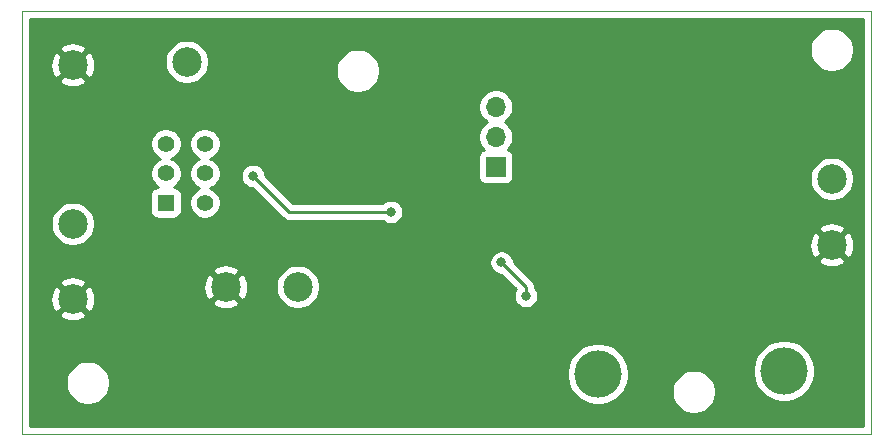
<source format=gbr>
G04 #@! TF.GenerationSoftware,KiCad,Pcbnew,(5.1.5)-3*
G04 #@! TF.CreationDate,2020-04-26T21:45:51-07:00*
G04 #@! TF.ProjectId,JessopIII_SPP460,4a657373-6f70-4494-9949-5f5350503436,rev?*
G04 #@! TF.SameCoordinates,Original*
G04 #@! TF.FileFunction,Copper,L2,Bot*
G04 #@! TF.FilePolarity,Positive*
%FSLAX46Y46*%
G04 Gerber Fmt 4.6, Leading zero omitted, Abs format (unit mm)*
G04 Created by KiCad (PCBNEW (5.1.5)-3) date 2020-04-26 21:45:51*
%MOMM*%
%LPD*%
G04 APERTURE LIST*
G04 #@! TA.AperFunction,Profile*
%ADD10C,0.100000*%
G04 #@! TD*
G04 #@! TA.AperFunction,ComponentPad*
%ADD11R,1.400000X1.400000*%
G04 #@! TD*
G04 #@! TA.AperFunction,ComponentPad*
%ADD12C,1.400000*%
G04 #@! TD*
G04 #@! TA.AperFunction,ComponentPad*
%ADD13R,1.700000X1.700000*%
G04 #@! TD*
G04 #@! TA.AperFunction,ComponentPad*
%ADD14O,1.700000X1.700000*%
G04 #@! TD*
G04 #@! TA.AperFunction,ComponentPad*
%ADD15C,2.499360*%
G04 #@! TD*
G04 #@! TA.AperFunction,ComponentPad*
%ADD16C,4.000500*%
G04 #@! TD*
G04 #@! TA.AperFunction,ViaPad*
%ADD17C,0.800000*%
G04 #@! TD*
G04 #@! TA.AperFunction,Conductor*
%ADD18C,0.250000*%
G04 #@! TD*
G04 #@! TA.AperFunction,Conductor*
%ADD19C,0.254000*%
G04 #@! TD*
G04 APERTURE END LIST*
D10*
X138430000Y-61722000D02*
X138430000Y-97536000D01*
X66548000Y-61722000D02*
X138430000Y-61722000D01*
X66548000Y-97536000D02*
X66548000Y-61722000D01*
X138430000Y-97536000D02*
X66548000Y-97536000D01*
D11*
G04 #@! TO.P,SW1,1*
G04 #@! TO.N,Net-(J3-Pad1)*
X78740000Y-77978000D03*
D12*
G04 #@! TO.P,SW1,2*
G04 #@! TO.N,Net-(SW1-Pad2)*
X78740000Y-75478000D03*
G04 #@! TO.P,SW1,3*
G04 #@! TO.N,Net-(C1-Pad1)*
X78740000Y-72978000D03*
G04 #@! TO.P,SW1,4*
G04 #@! TO.N,Net-(R8-Pad1)*
X82040000Y-77978000D03*
G04 #@! TO.P,SW1,5*
G04 #@! TO.N,Net-(SW1-Pad5)*
X82040000Y-75478000D03*
G04 #@! TO.P,SW1,6*
G04 #@! TO.N,Net-(SW1-Pad6)*
X82040000Y-72978000D03*
G04 #@! TD*
D13*
G04 #@! TO.P,SW2,1*
G04 #@! TO.N,Net-(SW2-Pad1)*
X106680000Y-74930000D03*
D14*
G04 #@! TO.P,SW2,2*
G04 #@! TO.N,Net-(C3-Pad1)*
X106680000Y-72390000D03*
G04 #@! TO.P,SW2,3*
G04 #@! TO.N,Net-(C6-Pad1)*
X106680000Y-69850000D03*
G04 #@! TD*
D15*
G04 #@! TO.P,J1,1*
G04 #@! TO.N,Net-(C1-Pad1)*
X80518000Y-66040000D03*
G04 #@! TD*
G04 #@! TO.P,J2,1*
G04 #@! TO.N,GND*
X70866000Y-66294000D03*
G04 #@! TD*
G04 #@! TO.P,J3,1*
G04 #@! TO.N,Net-(J3-Pad1)*
X70866000Y-79756000D03*
G04 #@! TD*
G04 #@! TO.P,J4,1*
G04 #@! TO.N,GND*
X70866000Y-86106000D03*
G04 #@! TD*
G04 #@! TO.P,J5,1*
G04 #@! TO.N,Net-(J5-Pad1)*
X89916000Y-85090000D03*
G04 #@! TD*
G04 #@! TO.P,J6,1*
G04 #@! TO.N,GND*
X83820000Y-85090000D03*
G04 #@! TD*
D16*
G04 #@! TO.P,J9,1*
G04 #@! TO.N,Net-(C3-Pad1)*
X131064000Y-92202000D03*
G04 #@! TD*
G04 #@! TO.P,J10,1*
G04 #@! TO.N,Net-(C5-Pad1)*
X115316000Y-92456000D03*
G04 #@! TD*
D15*
G04 #@! TO.P,J11,1*
G04 #@! TO.N,Net-(C8-Pad1)*
X135128000Y-75946000D03*
G04 #@! TD*
G04 #@! TO.P,J12,1*
G04 #@! TO.N,GND*
X135128000Y-81534000D03*
G04 #@! TD*
D17*
G04 #@! TO.N,GND*
X100662500Y-75359500D03*
X104648000Y-76454000D03*
X110744000Y-79502000D03*
X103886000Y-82296000D03*
G04 #@! TO.N,Net-(R5-Pad2)*
X107155937Y-83022932D03*
X109220000Y-85852000D03*
G04 #@! TO.N,Net-(SW1-Pad5)*
X97790000Y-78740000D03*
X86106000Y-75692000D03*
G04 #@! TD*
D18*
G04 #@! TO.N,Net-(R5-Pad2)*
X107155937Y-83022932D02*
X109220000Y-85086995D01*
X109220000Y-85086995D02*
X109220000Y-85852000D01*
G04 #@! TO.N,Net-(SW1-Pad5)*
X97790000Y-78740000D02*
X89154000Y-78740000D01*
X89154000Y-78740000D02*
X86106000Y-75692000D01*
G04 #@! TD*
D19*
G04 #@! TO.N,GND*
G36*
X137745001Y-96851000D02*
G01*
X67233000Y-96851000D01*
X67233000Y-93032344D01*
X70251000Y-93032344D01*
X70251000Y-93403656D01*
X70323439Y-93767834D01*
X70465534Y-94110882D01*
X70671825Y-94419618D01*
X70934382Y-94682175D01*
X71243118Y-94888466D01*
X71586166Y-95030561D01*
X71950344Y-95103000D01*
X72321656Y-95103000D01*
X72685834Y-95030561D01*
X73028882Y-94888466D01*
X73337618Y-94682175D01*
X73600175Y-94419618D01*
X73806466Y-94110882D01*
X73948561Y-93767834D01*
X74021000Y-93403656D01*
X74021000Y-93032344D01*
X73948561Y-92668166D01*
X73806466Y-92325118D01*
X73720494Y-92196451D01*
X112680750Y-92196451D01*
X112680750Y-92715549D01*
X112782021Y-93224674D01*
X112980672Y-93704259D01*
X113269068Y-94135874D01*
X113636126Y-94502932D01*
X114067741Y-94791328D01*
X114547326Y-94989979D01*
X115056451Y-95091250D01*
X115575549Y-95091250D01*
X116084674Y-94989979D01*
X116564259Y-94791328D01*
X116995874Y-94502932D01*
X117362932Y-94135874D01*
X117591135Y-93794344D01*
X121559000Y-93794344D01*
X121559000Y-94165656D01*
X121631439Y-94529834D01*
X121773534Y-94872882D01*
X121979825Y-95181618D01*
X122242382Y-95444175D01*
X122551118Y-95650466D01*
X122894166Y-95792561D01*
X123258344Y-95865000D01*
X123629656Y-95865000D01*
X123993834Y-95792561D01*
X124336882Y-95650466D01*
X124645618Y-95444175D01*
X124908175Y-95181618D01*
X125114466Y-94872882D01*
X125256561Y-94529834D01*
X125329000Y-94165656D01*
X125329000Y-93794344D01*
X125256561Y-93430166D01*
X125114466Y-93087118D01*
X124908175Y-92778382D01*
X124645618Y-92515825D01*
X124336882Y-92309534D01*
X123993834Y-92167439D01*
X123629656Y-92095000D01*
X123258344Y-92095000D01*
X122894166Y-92167439D01*
X122551118Y-92309534D01*
X122242382Y-92515825D01*
X121979825Y-92778382D01*
X121773534Y-93087118D01*
X121631439Y-93430166D01*
X121559000Y-93794344D01*
X117591135Y-93794344D01*
X117651328Y-93704259D01*
X117849979Y-93224674D01*
X117951250Y-92715549D01*
X117951250Y-92196451D01*
X117900727Y-91942451D01*
X128428750Y-91942451D01*
X128428750Y-92461549D01*
X128530021Y-92970674D01*
X128728672Y-93450259D01*
X129017068Y-93881874D01*
X129384126Y-94248932D01*
X129815741Y-94537328D01*
X130295326Y-94735979D01*
X130804451Y-94837250D01*
X131323549Y-94837250D01*
X131832674Y-94735979D01*
X132312259Y-94537328D01*
X132743874Y-94248932D01*
X133110932Y-93881874D01*
X133399328Y-93450259D01*
X133597979Y-92970674D01*
X133699250Y-92461549D01*
X133699250Y-91942451D01*
X133597979Y-91433326D01*
X133399328Y-90953741D01*
X133110932Y-90522126D01*
X132743874Y-90155068D01*
X132312259Y-89866672D01*
X131832674Y-89668021D01*
X131323549Y-89566750D01*
X130804451Y-89566750D01*
X130295326Y-89668021D01*
X129815741Y-89866672D01*
X129384126Y-90155068D01*
X129017068Y-90522126D01*
X128728672Y-90953741D01*
X128530021Y-91433326D01*
X128428750Y-91942451D01*
X117900727Y-91942451D01*
X117849979Y-91687326D01*
X117651328Y-91207741D01*
X117362932Y-90776126D01*
X116995874Y-90409068D01*
X116564259Y-90120672D01*
X116084674Y-89922021D01*
X115575549Y-89820750D01*
X115056451Y-89820750D01*
X114547326Y-89922021D01*
X114067741Y-90120672D01*
X113636126Y-90409068D01*
X113269068Y-90776126D01*
X112980672Y-91207741D01*
X112782021Y-91687326D01*
X112680750Y-92196451D01*
X73720494Y-92196451D01*
X73600175Y-92016382D01*
X73337618Y-91753825D01*
X73028882Y-91547534D01*
X72685834Y-91405439D01*
X72321656Y-91333000D01*
X71950344Y-91333000D01*
X71586166Y-91405439D01*
X71243118Y-91547534D01*
X70934382Y-91753825D01*
X70671825Y-92016382D01*
X70465534Y-92325118D01*
X70323439Y-92668166D01*
X70251000Y-93032344D01*
X67233000Y-93032344D01*
X67233000Y-87419377D01*
X69732229Y-87419377D01*
X69858104Y-87709315D01*
X70190262Y-87875139D01*
X70548387Y-87972975D01*
X70918719Y-87999065D01*
X71287025Y-87952405D01*
X71639151Y-87834789D01*
X71873896Y-87709315D01*
X71999771Y-87419377D01*
X70866000Y-86285605D01*
X69732229Y-87419377D01*
X67233000Y-87419377D01*
X67233000Y-86158719D01*
X68972935Y-86158719D01*
X69019595Y-86527025D01*
X69137211Y-86879151D01*
X69262685Y-87113896D01*
X69552623Y-87239771D01*
X70686395Y-86106000D01*
X71045605Y-86106000D01*
X72179377Y-87239771D01*
X72469315Y-87113896D01*
X72635139Y-86781738D01*
X72732975Y-86423613D01*
X72734400Y-86403377D01*
X82686229Y-86403377D01*
X82812104Y-86693315D01*
X83144262Y-86859139D01*
X83502387Y-86956975D01*
X83872719Y-86983065D01*
X84241025Y-86936405D01*
X84593151Y-86818789D01*
X84827896Y-86693315D01*
X84953771Y-86403377D01*
X83820000Y-85269605D01*
X82686229Y-86403377D01*
X72734400Y-86403377D01*
X72759065Y-86053281D01*
X72712405Y-85684975D01*
X72594789Y-85332849D01*
X72493163Y-85142719D01*
X81926935Y-85142719D01*
X81973595Y-85511025D01*
X82091211Y-85863151D01*
X82216685Y-86097896D01*
X82506623Y-86223771D01*
X83640395Y-85090000D01*
X83999605Y-85090000D01*
X85133377Y-86223771D01*
X85423315Y-86097896D01*
X85589139Y-85765738D01*
X85686975Y-85407613D01*
X85713065Y-85037281D01*
X85696228Y-84904375D01*
X88031320Y-84904375D01*
X88031320Y-85275625D01*
X88103747Y-85639741D01*
X88245818Y-85982731D01*
X88452074Y-86291413D01*
X88714587Y-86553926D01*
X89023269Y-86760182D01*
X89366259Y-86902253D01*
X89730375Y-86974680D01*
X90101625Y-86974680D01*
X90465741Y-86902253D01*
X90808731Y-86760182D01*
X91117413Y-86553926D01*
X91379926Y-86291413D01*
X91586182Y-85982731D01*
X91728253Y-85639741D01*
X91800680Y-85275625D01*
X91800680Y-84904375D01*
X91728253Y-84540259D01*
X91586182Y-84197269D01*
X91379926Y-83888587D01*
X91117413Y-83626074D01*
X90808731Y-83419818D01*
X90465741Y-83277747D01*
X90101625Y-83205320D01*
X89730375Y-83205320D01*
X89366259Y-83277747D01*
X89023269Y-83419818D01*
X88714587Y-83626074D01*
X88452074Y-83888587D01*
X88245818Y-84197269D01*
X88103747Y-84540259D01*
X88031320Y-84904375D01*
X85696228Y-84904375D01*
X85666405Y-84668975D01*
X85548789Y-84316849D01*
X85423315Y-84082104D01*
X85133377Y-83956229D01*
X83999605Y-85090000D01*
X83640395Y-85090000D01*
X82506623Y-83956229D01*
X82216685Y-84082104D01*
X82050861Y-84414262D01*
X81953025Y-84772387D01*
X81926935Y-85142719D01*
X72493163Y-85142719D01*
X72469315Y-85098104D01*
X72179377Y-84972229D01*
X71045605Y-86106000D01*
X70686395Y-86106000D01*
X69552623Y-84972229D01*
X69262685Y-85098104D01*
X69096861Y-85430262D01*
X68999025Y-85788387D01*
X68972935Y-86158719D01*
X67233000Y-86158719D01*
X67233000Y-84792623D01*
X69732229Y-84792623D01*
X70866000Y-85926395D01*
X71999771Y-84792623D01*
X71873896Y-84502685D01*
X71541738Y-84336861D01*
X71183613Y-84239025D01*
X70813281Y-84212935D01*
X70444975Y-84259595D01*
X70092849Y-84377211D01*
X69858104Y-84502685D01*
X69732229Y-84792623D01*
X67233000Y-84792623D01*
X67233000Y-83776623D01*
X82686229Y-83776623D01*
X83820000Y-84910395D01*
X84953771Y-83776623D01*
X84827896Y-83486685D01*
X84495738Y-83320861D01*
X84137613Y-83223025D01*
X83767281Y-83196935D01*
X83398975Y-83243595D01*
X83046849Y-83361211D01*
X82812104Y-83486685D01*
X82686229Y-83776623D01*
X67233000Y-83776623D01*
X67233000Y-82920993D01*
X106120937Y-82920993D01*
X106120937Y-83124871D01*
X106160711Y-83324830D01*
X106238732Y-83513188D01*
X106352000Y-83682706D01*
X106496163Y-83826869D01*
X106665681Y-83940137D01*
X106854039Y-84018158D01*
X107053998Y-84057932D01*
X107116136Y-84057932D01*
X108349720Y-85291516D01*
X108302795Y-85361744D01*
X108224774Y-85550102D01*
X108185000Y-85750061D01*
X108185000Y-85953939D01*
X108224774Y-86153898D01*
X108302795Y-86342256D01*
X108416063Y-86511774D01*
X108560226Y-86655937D01*
X108729744Y-86769205D01*
X108918102Y-86847226D01*
X109118061Y-86887000D01*
X109321939Y-86887000D01*
X109521898Y-86847226D01*
X109710256Y-86769205D01*
X109879774Y-86655937D01*
X110023937Y-86511774D01*
X110137205Y-86342256D01*
X110215226Y-86153898D01*
X110255000Y-85953939D01*
X110255000Y-85750061D01*
X110215226Y-85550102D01*
X110137205Y-85361744D01*
X110023937Y-85192226D01*
X109980000Y-85148289D01*
X109980000Y-85124318D01*
X109983676Y-85086995D01*
X109980000Y-85049672D01*
X109980000Y-85049662D01*
X109969003Y-84938009D01*
X109925546Y-84794748D01*
X109854975Y-84662720D01*
X109854974Y-84662718D01*
X109783799Y-84575992D01*
X109760001Y-84546994D01*
X109731004Y-84523197D01*
X108190937Y-82983131D01*
X108190937Y-82920993D01*
X108176294Y-82847377D01*
X133994229Y-82847377D01*
X134120104Y-83137315D01*
X134452262Y-83303139D01*
X134810387Y-83400975D01*
X135180719Y-83427065D01*
X135549025Y-83380405D01*
X135901151Y-83262789D01*
X136135896Y-83137315D01*
X136261771Y-82847377D01*
X135128000Y-81713605D01*
X133994229Y-82847377D01*
X108176294Y-82847377D01*
X108151163Y-82721034D01*
X108073142Y-82532676D01*
X107959874Y-82363158D01*
X107815711Y-82218995D01*
X107646193Y-82105727D01*
X107457835Y-82027706D01*
X107257876Y-81987932D01*
X107053998Y-81987932D01*
X106854039Y-82027706D01*
X106665681Y-82105727D01*
X106496163Y-82218995D01*
X106352000Y-82363158D01*
X106238732Y-82532676D01*
X106160711Y-82721034D01*
X106120937Y-82920993D01*
X67233000Y-82920993D01*
X67233000Y-79570375D01*
X68981320Y-79570375D01*
X68981320Y-79941625D01*
X69053747Y-80305741D01*
X69195818Y-80648731D01*
X69402074Y-80957413D01*
X69664587Y-81219926D01*
X69973269Y-81426182D01*
X70316259Y-81568253D01*
X70680375Y-81640680D01*
X71051625Y-81640680D01*
X71322905Y-81586719D01*
X133234935Y-81586719D01*
X133281595Y-81955025D01*
X133399211Y-82307151D01*
X133524685Y-82541896D01*
X133814623Y-82667771D01*
X134948395Y-81534000D01*
X135307605Y-81534000D01*
X136441377Y-82667771D01*
X136731315Y-82541896D01*
X136897139Y-82209738D01*
X136994975Y-81851613D01*
X137021065Y-81481281D01*
X136974405Y-81112975D01*
X136856789Y-80760849D01*
X136731315Y-80526104D01*
X136441377Y-80400229D01*
X135307605Y-81534000D01*
X134948395Y-81534000D01*
X133814623Y-80400229D01*
X133524685Y-80526104D01*
X133358861Y-80858262D01*
X133261025Y-81216387D01*
X133234935Y-81586719D01*
X71322905Y-81586719D01*
X71415741Y-81568253D01*
X71758731Y-81426182D01*
X72067413Y-81219926D01*
X72329926Y-80957413D01*
X72536182Y-80648731D01*
X72678253Y-80305741D01*
X72695183Y-80220623D01*
X133994229Y-80220623D01*
X135128000Y-81354395D01*
X136261771Y-80220623D01*
X136135896Y-79930685D01*
X135803738Y-79764861D01*
X135445613Y-79667025D01*
X135075281Y-79640935D01*
X134706975Y-79687595D01*
X134354849Y-79805211D01*
X134120104Y-79930685D01*
X133994229Y-80220623D01*
X72695183Y-80220623D01*
X72750680Y-79941625D01*
X72750680Y-79570375D01*
X72678253Y-79206259D01*
X72536182Y-78863269D01*
X72329926Y-78554587D01*
X72067413Y-78292074D01*
X71758731Y-78085818D01*
X71415741Y-77943747D01*
X71051625Y-77871320D01*
X70680375Y-77871320D01*
X70316259Y-77943747D01*
X69973269Y-78085818D01*
X69664587Y-78292074D01*
X69402074Y-78554587D01*
X69195818Y-78863269D01*
X69053747Y-79206259D01*
X68981320Y-79570375D01*
X67233000Y-79570375D01*
X67233000Y-77278000D01*
X77401928Y-77278000D01*
X77401928Y-78678000D01*
X77414188Y-78802482D01*
X77450498Y-78922180D01*
X77509463Y-79032494D01*
X77588815Y-79129185D01*
X77685506Y-79208537D01*
X77795820Y-79267502D01*
X77915518Y-79303812D01*
X78040000Y-79316072D01*
X79440000Y-79316072D01*
X79564482Y-79303812D01*
X79684180Y-79267502D01*
X79794494Y-79208537D01*
X79891185Y-79129185D01*
X79970537Y-79032494D01*
X80029502Y-78922180D01*
X80065812Y-78802482D01*
X80078072Y-78678000D01*
X80078072Y-77278000D01*
X80065812Y-77153518D01*
X80029502Y-77033820D01*
X79970537Y-76923506D01*
X79891185Y-76826815D01*
X79794494Y-76747463D01*
X79684180Y-76688498D01*
X79564482Y-76652188D01*
X79440000Y-76639928D01*
X79403987Y-76639928D01*
X79591013Y-76514962D01*
X79776962Y-76329013D01*
X79923061Y-76110359D01*
X80023696Y-75867405D01*
X80075000Y-75609486D01*
X80075000Y-75346514D01*
X80023696Y-75088595D01*
X79923061Y-74845641D01*
X79776962Y-74626987D01*
X79591013Y-74441038D01*
X79372359Y-74294939D01*
X79210754Y-74228000D01*
X79372359Y-74161061D01*
X79591013Y-74014962D01*
X79776962Y-73829013D01*
X79923061Y-73610359D01*
X80023696Y-73367405D01*
X80075000Y-73109486D01*
X80075000Y-72846514D01*
X80705000Y-72846514D01*
X80705000Y-73109486D01*
X80756304Y-73367405D01*
X80856939Y-73610359D01*
X81003038Y-73829013D01*
X81188987Y-74014962D01*
X81407641Y-74161061D01*
X81569246Y-74228000D01*
X81407641Y-74294939D01*
X81188987Y-74441038D01*
X81003038Y-74626987D01*
X80856939Y-74845641D01*
X80756304Y-75088595D01*
X80705000Y-75346514D01*
X80705000Y-75609486D01*
X80756304Y-75867405D01*
X80856939Y-76110359D01*
X81003038Y-76329013D01*
X81188987Y-76514962D01*
X81407641Y-76661061D01*
X81569246Y-76728000D01*
X81407641Y-76794939D01*
X81188987Y-76941038D01*
X81003038Y-77126987D01*
X80856939Y-77345641D01*
X80756304Y-77588595D01*
X80705000Y-77846514D01*
X80705000Y-78109486D01*
X80756304Y-78367405D01*
X80856939Y-78610359D01*
X81003038Y-78829013D01*
X81188987Y-79014962D01*
X81407641Y-79161061D01*
X81650595Y-79261696D01*
X81908514Y-79313000D01*
X82171486Y-79313000D01*
X82429405Y-79261696D01*
X82672359Y-79161061D01*
X82891013Y-79014962D01*
X83076962Y-78829013D01*
X83223061Y-78610359D01*
X83323696Y-78367405D01*
X83375000Y-78109486D01*
X83375000Y-77846514D01*
X83323696Y-77588595D01*
X83223061Y-77345641D01*
X83076962Y-77126987D01*
X82891013Y-76941038D01*
X82672359Y-76794939D01*
X82510754Y-76728000D01*
X82672359Y-76661061D01*
X82891013Y-76514962D01*
X83076962Y-76329013D01*
X83223061Y-76110359D01*
X83323696Y-75867405D01*
X83375000Y-75609486D01*
X83375000Y-75590061D01*
X85071000Y-75590061D01*
X85071000Y-75793939D01*
X85110774Y-75993898D01*
X85188795Y-76182256D01*
X85302063Y-76351774D01*
X85446226Y-76495937D01*
X85615744Y-76609205D01*
X85804102Y-76687226D01*
X86004061Y-76727000D01*
X86066199Y-76727000D01*
X88590201Y-79251003D01*
X88613999Y-79280001D01*
X88642997Y-79303799D01*
X88729723Y-79374974D01*
X88861753Y-79445546D01*
X89005014Y-79489003D01*
X89116667Y-79500000D01*
X89116677Y-79500000D01*
X89154000Y-79503676D01*
X89191323Y-79500000D01*
X97086289Y-79500000D01*
X97130226Y-79543937D01*
X97299744Y-79657205D01*
X97488102Y-79735226D01*
X97688061Y-79775000D01*
X97891939Y-79775000D01*
X98091898Y-79735226D01*
X98280256Y-79657205D01*
X98449774Y-79543937D01*
X98593937Y-79399774D01*
X98707205Y-79230256D01*
X98785226Y-79041898D01*
X98825000Y-78841939D01*
X98825000Y-78638061D01*
X98785226Y-78438102D01*
X98707205Y-78249744D01*
X98593937Y-78080226D01*
X98449774Y-77936063D01*
X98280256Y-77822795D01*
X98091898Y-77744774D01*
X97891939Y-77705000D01*
X97688061Y-77705000D01*
X97488102Y-77744774D01*
X97299744Y-77822795D01*
X97130226Y-77936063D01*
X97086289Y-77980000D01*
X89468802Y-77980000D01*
X87141000Y-75652199D01*
X87141000Y-75590061D01*
X87101226Y-75390102D01*
X87023205Y-75201744D01*
X86909937Y-75032226D01*
X86765774Y-74888063D01*
X86596256Y-74774795D01*
X86407898Y-74696774D01*
X86207939Y-74657000D01*
X86004061Y-74657000D01*
X85804102Y-74696774D01*
X85615744Y-74774795D01*
X85446226Y-74888063D01*
X85302063Y-75032226D01*
X85188795Y-75201744D01*
X85110774Y-75390102D01*
X85071000Y-75590061D01*
X83375000Y-75590061D01*
X83375000Y-75346514D01*
X83323696Y-75088595D01*
X83223061Y-74845641D01*
X83076962Y-74626987D01*
X82891013Y-74441038D01*
X82672359Y-74294939D01*
X82510754Y-74228000D01*
X82672359Y-74161061D01*
X82793676Y-74080000D01*
X105191928Y-74080000D01*
X105191928Y-75780000D01*
X105204188Y-75904482D01*
X105240498Y-76024180D01*
X105299463Y-76134494D01*
X105378815Y-76231185D01*
X105475506Y-76310537D01*
X105585820Y-76369502D01*
X105705518Y-76405812D01*
X105830000Y-76418072D01*
X107530000Y-76418072D01*
X107654482Y-76405812D01*
X107774180Y-76369502D01*
X107884494Y-76310537D01*
X107981185Y-76231185D01*
X108060537Y-76134494D01*
X108119502Y-76024180D01*
X108155812Y-75904482D01*
X108168072Y-75780000D01*
X108168072Y-75760375D01*
X133243320Y-75760375D01*
X133243320Y-76131625D01*
X133315747Y-76495741D01*
X133457818Y-76838731D01*
X133664074Y-77147413D01*
X133926587Y-77409926D01*
X134235269Y-77616182D01*
X134578259Y-77758253D01*
X134942375Y-77830680D01*
X135313625Y-77830680D01*
X135677741Y-77758253D01*
X136020731Y-77616182D01*
X136329413Y-77409926D01*
X136591926Y-77147413D01*
X136798182Y-76838731D01*
X136940253Y-76495741D01*
X137012680Y-76131625D01*
X137012680Y-75760375D01*
X136940253Y-75396259D01*
X136798182Y-75053269D01*
X136591926Y-74744587D01*
X136329413Y-74482074D01*
X136020731Y-74275818D01*
X135677741Y-74133747D01*
X135313625Y-74061320D01*
X134942375Y-74061320D01*
X134578259Y-74133747D01*
X134235269Y-74275818D01*
X133926587Y-74482074D01*
X133664074Y-74744587D01*
X133457818Y-75053269D01*
X133315747Y-75396259D01*
X133243320Y-75760375D01*
X108168072Y-75760375D01*
X108168072Y-74080000D01*
X108155812Y-73955518D01*
X108119502Y-73835820D01*
X108060537Y-73725506D01*
X107981185Y-73628815D01*
X107884494Y-73549463D01*
X107774180Y-73490498D01*
X107701620Y-73468487D01*
X107833475Y-73336632D01*
X107995990Y-73093411D01*
X108107932Y-72823158D01*
X108165000Y-72536260D01*
X108165000Y-72243740D01*
X108107932Y-71956842D01*
X107995990Y-71686589D01*
X107833475Y-71443368D01*
X107626632Y-71236525D01*
X107452240Y-71120000D01*
X107626632Y-71003475D01*
X107833475Y-70796632D01*
X107995990Y-70553411D01*
X108107932Y-70283158D01*
X108165000Y-69996260D01*
X108165000Y-69703740D01*
X108107932Y-69416842D01*
X107995990Y-69146589D01*
X107833475Y-68903368D01*
X107626632Y-68696525D01*
X107383411Y-68534010D01*
X107113158Y-68422068D01*
X106826260Y-68365000D01*
X106533740Y-68365000D01*
X106246842Y-68422068D01*
X105976589Y-68534010D01*
X105733368Y-68696525D01*
X105526525Y-68903368D01*
X105364010Y-69146589D01*
X105252068Y-69416842D01*
X105195000Y-69703740D01*
X105195000Y-69996260D01*
X105252068Y-70283158D01*
X105364010Y-70553411D01*
X105526525Y-70796632D01*
X105733368Y-71003475D01*
X105907760Y-71120000D01*
X105733368Y-71236525D01*
X105526525Y-71443368D01*
X105364010Y-71686589D01*
X105252068Y-71956842D01*
X105195000Y-72243740D01*
X105195000Y-72536260D01*
X105252068Y-72823158D01*
X105364010Y-73093411D01*
X105526525Y-73336632D01*
X105658380Y-73468487D01*
X105585820Y-73490498D01*
X105475506Y-73549463D01*
X105378815Y-73628815D01*
X105299463Y-73725506D01*
X105240498Y-73835820D01*
X105204188Y-73955518D01*
X105191928Y-74080000D01*
X82793676Y-74080000D01*
X82891013Y-74014962D01*
X83076962Y-73829013D01*
X83223061Y-73610359D01*
X83323696Y-73367405D01*
X83375000Y-73109486D01*
X83375000Y-72846514D01*
X83323696Y-72588595D01*
X83223061Y-72345641D01*
X83076962Y-72126987D01*
X82891013Y-71941038D01*
X82672359Y-71794939D01*
X82429405Y-71694304D01*
X82171486Y-71643000D01*
X81908514Y-71643000D01*
X81650595Y-71694304D01*
X81407641Y-71794939D01*
X81188987Y-71941038D01*
X81003038Y-72126987D01*
X80856939Y-72345641D01*
X80756304Y-72588595D01*
X80705000Y-72846514D01*
X80075000Y-72846514D01*
X80023696Y-72588595D01*
X79923061Y-72345641D01*
X79776962Y-72126987D01*
X79591013Y-71941038D01*
X79372359Y-71794939D01*
X79129405Y-71694304D01*
X78871486Y-71643000D01*
X78608514Y-71643000D01*
X78350595Y-71694304D01*
X78107641Y-71794939D01*
X77888987Y-71941038D01*
X77703038Y-72126987D01*
X77556939Y-72345641D01*
X77456304Y-72588595D01*
X77405000Y-72846514D01*
X77405000Y-73109486D01*
X77456304Y-73367405D01*
X77556939Y-73610359D01*
X77703038Y-73829013D01*
X77888987Y-74014962D01*
X78107641Y-74161061D01*
X78269246Y-74228000D01*
X78107641Y-74294939D01*
X77888987Y-74441038D01*
X77703038Y-74626987D01*
X77556939Y-74845641D01*
X77456304Y-75088595D01*
X77405000Y-75346514D01*
X77405000Y-75609486D01*
X77456304Y-75867405D01*
X77556939Y-76110359D01*
X77703038Y-76329013D01*
X77888987Y-76514962D01*
X78076013Y-76639928D01*
X78040000Y-76639928D01*
X77915518Y-76652188D01*
X77795820Y-76688498D01*
X77685506Y-76747463D01*
X77588815Y-76826815D01*
X77509463Y-76923506D01*
X77450498Y-77033820D01*
X77414188Y-77153518D01*
X77401928Y-77278000D01*
X67233000Y-77278000D01*
X67233000Y-67607377D01*
X69732229Y-67607377D01*
X69858104Y-67897315D01*
X70190262Y-68063139D01*
X70548387Y-68160975D01*
X70918719Y-68187065D01*
X71287025Y-68140405D01*
X71639151Y-68022789D01*
X71873896Y-67897315D01*
X71999771Y-67607377D01*
X70866000Y-66473605D01*
X69732229Y-67607377D01*
X67233000Y-67607377D01*
X67233000Y-66346719D01*
X68972935Y-66346719D01*
X69019595Y-66715025D01*
X69137211Y-67067151D01*
X69262685Y-67301896D01*
X69552623Y-67427771D01*
X70686395Y-66294000D01*
X71045605Y-66294000D01*
X72179377Y-67427771D01*
X72469315Y-67301896D01*
X72635139Y-66969738D01*
X72732975Y-66611613D01*
X72759065Y-66241281D01*
X72712405Y-65872975D01*
X72706193Y-65854375D01*
X78633320Y-65854375D01*
X78633320Y-66225625D01*
X78705747Y-66589741D01*
X78847818Y-66932731D01*
X79054074Y-67241413D01*
X79316587Y-67503926D01*
X79625269Y-67710182D01*
X79968259Y-67852253D01*
X80332375Y-67924680D01*
X80703625Y-67924680D01*
X81067741Y-67852253D01*
X81410731Y-67710182D01*
X81719413Y-67503926D01*
X81981926Y-67241413D01*
X82188182Y-66932731D01*
X82319233Y-66616344D01*
X93111000Y-66616344D01*
X93111000Y-66987656D01*
X93183439Y-67351834D01*
X93325534Y-67694882D01*
X93531825Y-68003618D01*
X93794382Y-68266175D01*
X94103118Y-68472466D01*
X94446166Y-68614561D01*
X94810344Y-68687000D01*
X95181656Y-68687000D01*
X95545834Y-68614561D01*
X95888882Y-68472466D01*
X96197618Y-68266175D01*
X96460175Y-68003618D01*
X96666466Y-67694882D01*
X96808561Y-67351834D01*
X96881000Y-66987656D01*
X96881000Y-66616344D01*
X96808561Y-66252166D01*
X96666466Y-65909118D01*
X96460175Y-65600382D01*
X96197618Y-65337825D01*
X95888882Y-65131534D01*
X95545834Y-64989439D01*
X95181656Y-64917000D01*
X94810344Y-64917000D01*
X94446166Y-64989439D01*
X94103118Y-65131534D01*
X93794382Y-65337825D01*
X93531825Y-65600382D01*
X93325534Y-65909118D01*
X93183439Y-66252166D01*
X93111000Y-66616344D01*
X82319233Y-66616344D01*
X82330253Y-66589741D01*
X82402680Y-66225625D01*
X82402680Y-65854375D01*
X82330253Y-65490259D01*
X82188182Y-65147269D01*
X81981926Y-64838587D01*
X81981683Y-64838344D01*
X133243000Y-64838344D01*
X133243000Y-65209656D01*
X133315439Y-65573834D01*
X133457534Y-65916882D01*
X133663825Y-66225618D01*
X133926382Y-66488175D01*
X134235118Y-66694466D01*
X134578166Y-66836561D01*
X134942344Y-66909000D01*
X135313656Y-66909000D01*
X135677834Y-66836561D01*
X136020882Y-66694466D01*
X136329618Y-66488175D01*
X136592175Y-66225618D01*
X136798466Y-65916882D01*
X136940561Y-65573834D01*
X137013000Y-65209656D01*
X137013000Y-64838344D01*
X136940561Y-64474166D01*
X136798466Y-64131118D01*
X136592175Y-63822382D01*
X136329618Y-63559825D01*
X136020882Y-63353534D01*
X135677834Y-63211439D01*
X135313656Y-63139000D01*
X134942344Y-63139000D01*
X134578166Y-63211439D01*
X134235118Y-63353534D01*
X133926382Y-63559825D01*
X133663825Y-63822382D01*
X133457534Y-64131118D01*
X133315439Y-64474166D01*
X133243000Y-64838344D01*
X81981683Y-64838344D01*
X81719413Y-64576074D01*
X81410731Y-64369818D01*
X81067741Y-64227747D01*
X80703625Y-64155320D01*
X80332375Y-64155320D01*
X79968259Y-64227747D01*
X79625269Y-64369818D01*
X79316587Y-64576074D01*
X79054074Y-64838587D01*
X78847818Y-65147269D01*
X78705747Y-65490259D01*
X78633320Y-65854375D01*
X72706193Y-65854375D01*
X72594789Y-65520849D01*
X72469315Y-65286104D01*
X72179377Y-65160229D01*
X71045605Y-66294000D01*
X70686395Y-66294000D01*
X69552623Y-65160229D01*
X69262685Y-65286104D01*
X69096861Y-65618262D01*
X68999025Y-65976387D01*
X68972935Y-66346719D01*
X67233000Y-66346719D01*
X67233000Y-64980623D01*
X69732229Y-64980623D01*
X70866000Y-66114395D01*
X71999771Y-64980623D01*
X71873896Y-64690685D01*
X71541738Y-64524861D01*
X71183613Y-64427025D01*
X70813281Y-64400935D01*
X70444975Y-64447595D01*
X70092849Y-64565211D01*
X69858104Y-64690685D01*
X69732229Y-64980623D01*
X67233000Y-64980623D01*
X67233000Y-62407000D01*
X137745000Y-62407000D01*
X137745001Y-96851000D01*
G37*
X137745001Y-96851000D02*
X67233000Y-96851000D01*
X67233000Y-93032344D01*
X70251000Y-93032344D01*
X70251000Y-93403656D01*
X70323439Y-93767834D01*
X70465534Y-94110882D01*
X70671825Y-94419618D01*
X70934382Y-94682175D01*
X71243118Y-94888466D01*
X71586166Y-95030561D01*
X71950344Y-95103000D01*
X72321656Y-95103000D01*
X72685834Y-95030561D01*
X73028882Y-94888466D01*
X73337618Y-94682175D01*
X73600175Y-94419618D01*
X73806466Y-94110882D01*
X73948561Y-93767834D01*
X74021000Y-93403656D01*
X74021000Y-93032344D01*
X73948561Y-92668166D01*
X73806466Y-92325118D01*
X73720494Y-92196451D01*
X112680750Y-92196451D01*
X112680750Y-92715549D01*
X112782021Y-93224674D01*
X112980672Y-93704259D01*
X113269068Y-94135874D01*
X113636126Y-94502932D01*
X114067741Y-94791328D01*
X114547326Y-94989979D01*
X115056451Y-95091250D01*
X115575549Y-95091250D01*
X116084674Y-94989979D01*
X116564259Y-94791328D01*
X116995874Y-94502932D01*
X117362932Y-94135874D01*
X117591135Y-93794344D01*
X121559000Y-93794344D01*
X121559000Y-94165656D01*
X121631439Y-94529834D01*
X121773534Y-94872882D01*
X121979825Y-95181618D01*
X122242382Y-95444175D01*
X122551118Y-95650466D01*
X122894166Y-95792561D01*
X123258344Y-95865000D01*
X123629656Y-95865000D01*
X123993834Y-95792561D01*
X124336882Y-95650466D01*
X124645618Y-95444175D01*
X124908175Y-95181618D01*
X125114466Y-94872882D01*
X125256561Y-94529834D01*
X125329000Y-94165656D01*
X125329000Y-93794344D01*
X125256561Y-93430166D01*
X125114466Y-93087118D01*
X124908175Y-92778382D01*
X124645618Y-92515825D01*
X124336882Y-92309534D01*
X123993834Y-92167439D01*
X123629656Y-92095000D01*
X123258344Y-92095000D01*
X122894166Y-92167439D01*
X122551118Y-92309534D01*
X122242382Y-92515825D01*
X121979825Y-92778382D01*
X121773534Y-93087118D01*
X121631439Y-93430166D01*
X121559000Y-93794344D01*
X117591135Y-93794344D01*
X117651328Y-93704259D01*
X117849979Y-93224674D01*
X117951250Y-92715549D01*
X117951250Y-92196451D01*
X117900727Y-91942451D01*
X128428750Y-91942451D01*
X128428750Y-92461549D01*
X128530021Y-92970674D01*
X128728672Y-93450259D01*
X129017068Y-93881874D01*
X129384126Y-94248932D01*
X129815741Y-94537328D01*
X130295326Y-94735979D01*
X130804451Y-94837250D01*
X131323549Y-94837250D01*
X131832674Y-94735979D01*
X132312259Y-94537328D01*
X132743874Y-94248932D01*
X133110932Y-93881874D01*
X133399328Y-93450259D01*
X133597979Y-92970674D01*
X133699250Y-92461549D01*
X133699250Y-91942451D01*
X133597979Y-91433326D01*
X133399328Y-90953741D01*
X133110932Y-90522126D01*
X132743874Y-90155068D01*
X132312259Y-89866672D01*
X131832674Y-89668021D01*
X131323549Y-89566750D01*
X130804451Y-89566750D01*
X130295326Y-89668021D01*
X129815741Y-89866672D01*
X129384126Y-90155068D01*
X129017068Y-90522126D01*
X128728672Y-90953741D01*
X128530021Y-91433326D01*
X128428750Y-91942451D01*
X117900727Y-91942451D01*
X117849979Y-91687326D01*
X117651328Y-91207741D01*
X117362932Y-90776126D01*
X116995874Y-90409068D01*
X116564259Y-90120672D01*
X116084674Y-89922021D01*
X115575549Y-89820750D01*
X115056451Y-89820750D01*
X114547326Y-89922021D01*
X114067741Y-90120672D01*
X113636126Y-90409068D01*
X113269068Y-90776126D01*
X112980672Y-91207741D01*
X112782021Y-91687326D01*
X112680750Y-92196451D01*
X73720494Y-92196451D01*
X73600175Y-92016382D01*
X73337618Y-91753825D01*
X73028882Y-91547534D01*
X72685834Y-91405439D01*
X72321656Y-91333000D01*
X71950344Y-91333000D01*
X71586166Y-91405439D01*
X71243118Y-91547534D01*
X70934382Y-91753825D01*
X70671825Y-92016382D01*
X70465534Y-92325118D01*
X70323439Y-92668166D01*
X70251000Y-93032344D01*
X67233000Y-93032344D01*
X67233000Y-87419377D01*
X69732229Y-87419377D01*
X69858104Y-87709315D01*
X70190262Y-87875139D01*
X70548387Y-87972975D01*
X70918719Y-87999065D01*
X71287025Y-87952405D01*
X71639151Y-87834789D01*
X71873896Y-87709315D01*
X71999771Y-87419377D01*
X70866000Y-86285605D01*
X69732229Y-87419377D01*
X67233000Y-87419377D01*
X67233000Y-86158719D01*
X68972935Y-86158719D01*
X69019595Y-86527025D01*
X69137211Y-86879151D01*
X69262685Y-87113896D01*
X69552623Y-87239771D01*
X70686395Y-86106000D01*
X71045605Y-86106000D01*
X72179377Y-87239771D01*
X72469315Y-87113896D01*
X72635139Y-86781738D01*
X72732975Y-86423613D01*
X72734400Y-86403377D01*
X82686229Y-86403377D01*
X82812104Y-86693315D01*
X83144262Y-86859139D01*
X83502387Y-86956975D01*
X83872719Y-86983065D01*
X84241025Y-86936405D01*
X84593151Y-86818789D01*
X84827896Y-86693315D01*
X84953771Y-86403377D01*
X83820000Y-85269605D01*
X82686229Y-86403377D01*
X72734400Y-86403377D01*
X72759065Y-86053281D01*
X72712405Y-85684975D01*
X72594789Y-85332849D01*
X72493163Y-85142719D01*
X81926935Y-85142719D01*
X81973595Y-85511025D01*
X82091211Y-85863151D01*
X82216685Y-86097896D01*
X82506623Y-86223771D01*
X83640395Y-85090000D01*
X83999605Y-85090000D01*
X85133377Y-86223771D01*
X85423315Y-86097896D01*
X85589139Y-85765738D01*
X85686975Y-85407613D01*
X85713065Y-85037281D01*
X85696228Y-84904375D01*
X88031320Y-84904375D01*
X88031320Y-85275625D01*
X88103747Y-85639741D01*
X88245818Y-85982731D01*
X88452074Y-86291413D01*
X88714587Y-86553926D01*
X89023269Y-86760182D01*
X89366259Y-86902253D01*
X89730375Y-86974680D01*
X90101625Y-86974680D01*
X90465741Y-86902253D01*
X90808731Y-86760182D01*
X91117413Y-86553926D01*
X91379926Y-86291413D01*
X91586182Y-85982731D01*
X91728253Y-85639741D01*
X91800680Y-85275625D01*
X91800680Y-84904375D01*
X91728253Y-84540259D01*
X91586182Y-84197269D01*
X91379926Y-83888587D01*
X91117413Y-83626074D01*
X90808731Y-83419818D01*
X90465741Y-83277747D01*
X90101625Y-83205320D01*
X89730375Y-83205320D01*
X89366259Y-83277747D01*
X89023269Y-83419818D01*
X88714587Y-83626074D01*
X88452074Y-83888587D01*
X88245818Y-84197269D01*
X88103747Y-84540259D01*
X88031320Y-84904375D01*
X85696228Y-84904375D01*
X85666405Y-84668975D01*
X85548789Y-84316849D01*
X85423315Y-84082104D01*
X85133377Y-83956229D01*
X83999605Y-85090000D01*
X83640395Y-85090000D01*
X82506623Y-83956229D01*
X82216685Y-84082104D01*
X82050861Y-84414262D01*
X81953025Y-84772387D01*
X81926935Y-85142719D01*
X72493163Y-85142719D01*
X72469315Y-85098104D01*
X72179377Y-84972229D01*
X71045605Y-86106000D01*
X70686395Y-86106000D01*
X69552623Y-84972229D01*
X69262685Y-85098104D01*
X69096861Y-85430262D01*
X68999025Y-85788387D01*
X68972935Y-86158719D01*
X67233000Y-86158719D01*
X67233000Y-84792623D01*
X69732229Y-84792623D01*
X70866000Y-85926395D01*
X71999771Y-84792623D01*
X71873896Y-84502685D01*
X71541738Y-84336861D01*
X71183613Y-84239025D01*
X70813281Y-84212935D01*
X70444975Y-84259595D01*
X70092849Y-84377211D01*
X69858104Y-84502685D01*
X69732229Y-84792623D01*
X67233000Y-84792623D01*
X67233000Y-83776623D01*
X82686229Y-83776623D01*
X83820000Y-84910395D01*
X84953771Y-83776623D01*
X84827896Y-83486685D01*
X84495738Y-83320861D01*
X84137613Y-83223025D01*
X83767281Y-83196935D01*
X83398975Y-83243595D01*
X83046849Y-83361211D01*
X82812104Y-83486685D01*
X82686229Y-83776623D01*
X67233000Y-83776623D01*
X67233000Y-82920993D01*
X106120937Y-82920993D01*
X106120937Y-83124871D01*
X106160711Y-83324830D01*
X106238732Y-83513188D01*
X106352000Y-83682706D01*
X106496163Y-83826869D01*
X106665681Y-83940137D01*
X106854039Y-84018158D01*
X107053998Y-84057932D01*
X107116136Y-84057932D01*
X108349720Y-85291516D01*
X108302795Y-85361744D01*
X108224774Y-85550102D01*
X108185000Y-85750061D01*
X108185000Y-85953939D01*
X108224774Y-86153898D01*
X108302795Y-86342256D01*
X108416063Y-86511774D01*
X108560226Y-86655937D01*
X108729744Y-86769205D01*
X108918102Y-86847226D01*
X109118061Y-86887000D01*
X109321939Y-86887000D01*
X109521898Y-86847226D01*
X109710256Y-86769205D01*
X109879774Y-86655937D01*
X110023937Y-86511774D01*
X110137205Y-86342256D01*
X110215226Y-86153898D01*
X110255000Y-85953939D01*
X110255000Y-85750061D01*
X110215226Y-85550102D01*
X110137205Y-85361744D01*
X110023937Y-85192226D01*
X109980000Y-85148289D01*
X109980000Y-85124318D01*
X109983676Y-85086995D01*
X109980000Y-85049672D01*
X109980000Y-85049662D01*
X109969003Y-84938009D01*
X109925546Y-84794748D01*
X109854975Y-84662720D01*
X109854974Y-84662718D01*
X109783799Y-84575992D01*
X109760001Y-84546994D01*
X109731004Y-84523197D01*
X108190937Y-82983131D01*
X108190937Y-82920993D01*
X108176294Y-82847377D01*
X133994229Y-82847377D01*
X134120104Y-83137315D01*
X134452262Y-83303139D01*
X134810387Y-83400975D01*
X135180719Y-83427065D01*
X135549025Y-83380405D01*
X135901151Y-83262789D01*
X136135896Y-83137315D01*
X136261771Y-82847377D01*
X135128000Y-81713605D01*
X133994229Y-82847377D01*
X108176294Y-82847377D01*
X108151163Y-82721034D01*
X108073142Y-82532676D01*
X107959874Y-82363158D01*
X107815711Y-82218995D01*
X107646193Y-82105727D01*
X107457835Y-82027706D01*
X107257876Y-81987932D01*
X107053998Y-81987932D01*
X106854039Y-82027706D01*
X106665681Y-82105727D01*
X106496163Y-82218995D01*
X106352000Y-82363158D01*
X106238732Y-82532676D01*
X106160711Y-82721034D01*
X106120937Y-82920993D01*
X67233000Y-82920993D01*
X67233000Y-79570375D01*
X68981320Y-79570375D01*
X68981320Y-79941625D01*
X69053747Y-80305741D01*
X69195818Y-80648731D01*
X69402074Y-80957413D01*
X69664587Y-81219926D01*
X69973269Y-81426182D01*
X70316259Y-81568253D01*
X70680375Y-81640680D01*
X71051625Y-81640680D01*
X71322905Y-81586719D01*
X133234935Y-81586719D01*
X133281595Y-81955025D01*
X133399211Y-82307151D01*
X133524685Y-82541896D01*
X133814623Y-82667771D01*
X134948395Y-81534000D01*
X135307605Y-81534000D01*
X136441377Y-82667771D01*
X136731315Y-82541896D01*
X136897139Y-82209738D01*
X136994975Y-81851613D01*
X137021065Y-81481281D01*
X136974405Y-81112975D01*
X136856789Y-80760849D01*
X136731315Y-80526104D01*
X136441377Y-80400229D01*
X135307605Y-81534000D01*
X134948395Y-81534000D01*
X133814623Y-80400229D01*
X133524685Y-80526104D01*
X133358861Y-80858262D01*
X133261025Y-81216387D01*
X133234935Y-81586719D01*
X71322905Y-81586719D01*
X71415741Y-81568253D01*
X71758731Y-81426182D01*
X72067413Y-81219926D01*
X72329926Y-80957413D01*
X72536182Y-80648731D01*
X72678253Y-80305741D01*
X72695183Y-80220623D01*
X133994229Y-80220623D01*
X135128000Y-81354395D01*
X136261771Y-80220623D01*
X136135896Y-79930685D01*
X135803738Y-79764861D01*
X135445613Y-79667025D01*
X135075281Y-79640935D01*
X134706975Y-79687595D01*
X134354849Y-79805211D01*
X134120104Y-79930685D01*
X133994229Y-80220623D01*
X72695183Y-80220623D01*
X72750680Y-79941625D01*
X72750680Y-79570375D01*
X72678253Y-79206259D01*
X72536182Y-78863269D01*
X72329926Y-78554587D01*
X72067413Y-78292074D01*
X71758731Y-78085818D01*
X71415741Y-77943747D01*
X71051625Y-77871320D01*
X70680375Y-77871320D01*
X70316259Y-77943747D01*
X69973269Y-78085818D01*
X69664587Y-78292074D01*
X69402074Y-78554587D01*
X69195818Y-78863269D01*
X69053747Y-79206259D01*
X68981320Y-79570375D01*
X67233000Y-79570375D01*
X67233000Y-77278000D01*
X77401928Y-77278000D01*
X77401928Y-78678000D01*
X77414188Y-78802482D01*
X77450498Y-78922180D01*
X77509463Y-79032494D01*
X77588815Y-79129185D01*
X77685506Y-79208537D01*
X77795820Y-79267502D01*
X77915518Y-79303812D01*
X78040000Y-79316072D01*
X79440000Y-79316072D01*
X79564482Y-79303812D01*
X79684180Y-79267502D01*
X79794494Y-79208537D01*
X79891185Y-79129185D01*
X79970537Y-79032494D01*
X80029502Y-78922180D01*
X80065812Y-78802482D01*
X80078072Y-78678000D01*
X80078072Y-77278000D01*
X80065812Y-77153518D01*
X80029502Y-77033820D01*
X79970537Y-76923506D01*
X79891185Y-76826815D01*
X79794494Y-76747463D01*
X79684180Y-76688498D01*
X79564482Y-76652188D01*
X79440000Y-76639928D01*
X79403987Y-76639928D01*
X79591013Y-76514962D01*
X79776962Y-76329013D01*
X79923061Y-76110359D01*
X80023696Y-75867405D01*
X80075000Y-75609486D01*
X80075000Y-75346514D01*
X80023696Y-75088595D01*
X79923061Y-74845641D01*
X79776962Y-74626987D01*
X79591013Y-74441038D01*
X79372359Y-74294939D01*
X79210754Y-74228000D01*
X79372359Y-74161061D01*
X79591013Y-74014962D01*
X79776962Y-73829013D01*
X79923061Y-73610359D01*
X80023696Y-73367405D01*
X80075000Y-73109486D01*
X80075000Y-72846514D01*
X80705000Y-72846514D01*
X80705000Y-73109486D01*
X80756304Y-73367405D01*
X80856939Y-73610359D01*
X81003038Y-73829013D01*
X81188987Y-74014962D01*
X81407641Y-74161061D01*
X81569246Y-74228000D01*
X81407641Y-74294939D01*
X81188987Y-74441038D01*
X81003038Y-74626987D01*
X80856939Y-74845641D01*
X80756304Y-75088595D01*
X80705000Y-75346514D01*
X80705000Y-75609486D01*
X80756304Y-75867405D01*
X80856939Y-76110359D01*
X81003038Y-76329013D01*
X81188987Y-76514962D01*
X81407641Y-76661061D01*
X81569246Y-76728000D01*
X81407641Y-76794939D01*
X81188987Y-76941038D01*
X81003038Y-77126987D01*
X80856939Y-77345641D01*
X80756304Y-77588595D01*
X80705000Y-77846514D01*
X80705000Y-78109486D01*
X80756304Y-78367405D01*
X80856939Y-78610359D01*
X81003038Y-78829013D01*
X81188987Y-79014962D01*
X81407641Y-79161061D01*
X81650595Y-79261696D01*
X81908514Y-79313000D01*
X82171486Y-79313000D01*
X82429405Y-79261696D01*
X82672359Y-79161061D01*
X82891013Y-79014962D01*
X83076962Y-78829013D01*
X83223061Y-78610359D01*
X83323696Y-78367405D01*
X83375000Y-78109486D01*
X83375000Y-77846514D01*
X83323696Y-77588595D01*
X83223061Y-77345641D01*
X83076962Y-77126987D01*
X82891013Y-76941038D01*
X82672359Y-76794939D01*
X82510754Y-76728000D01*
X82672359Y-76661061D01*
X82891013Y-76514962D01*
X83076962Y-76329013D01*
X83223061Y-76110359D01*
X83323696Y-75867405D01*
X83375000Y-75609486D01*
X83375000Y-75590061D01*
X85071000Y-75590061D01*
X85071000Y-75793939D01*
X85110774Y-75993898D01*
X85188795Y-76182256D01*
X85302063Y-76351774D01*
X85446226Y-76495937D01*
X85615744Y-76609205D01*
X85804102Y-76687226D01*
X86004061Y-76727000D01*
X86066199Y-76727000D01*
X88590201Y-79251003D01*
X88613999Y-79280001D01*
X88642997Y-79303799D01*
X88729723Y-79374974D01*
X88861753Y-79445546D01*
X89005014Y-79489003D01*
X89116667Y-79500000D01*
X89116677Y-79500000D01*
X89154000Y-79503676D01*
X89191323Y-79500000D01*
X97086289Y-79500000D01*
X97130226Y-79543937D01*
X97299744Y-79657205D01*
X97488102Y-79735226D01*
X97688061Y-79775000D01*
X97891939Y-79775000D01*
X98091898Y-79735226D01*
X98280256Y-79657205D01*
X98449774Y-79543937D01*
X98593937Y-79399774D01*
X98707205Y-79230256D01*
X98785226Y-79041898D01*
X98825000Y-78841939D01*
X98825000Y-78638061D01*
X98785226Y-78438102D01*
X98707205Y-78249744D01*
X98593937Y-78080226D01*
X98449774Y-77936063D01*
X98280256Y-77822795D01*
X98091898Y-77744774D01*
X97891939Y-77705000D01*
X97688061Y-77705000D01*
X97488102Y-77744774D01*
X97299744Y-77822795D01*
X97130226Y-77936063D01*
X97086289Y-77980000D01*
X89468802Y-77980000D01*
X87141000Y-75652199D01*
X87141000Y-75590061D01*
X87101226Y-75390102D01*
X87023205Y-75201744D01*
X86909937Y-75032226D01*
X86765774Y-74888063D01*
X86596256Y-74774795D01*
X86407898Y-74696774D01*
X86207939Y-74657000D01*
X86004061Y-74657000D01*
X85804102Y-74696774D01*
X85615744Y-74774795D01*
X85446226Y-74888063D01*
X85302063Y-75032226D01*
X85188795Y-75201744D01*
X85110774Y-75390102D01*
X85071000Y-75590061D01*
X83375000Y-75590061D01*
X83375000Y-75346514D01*
X83323696Y-75088595D01*
X83223061Y-74845641D01*
X83076962Y-74626987D01*
X82891013Y-74441038D01*
X82672359Y-74294939D01*
X82510754Y-74228000D01*
X82672359Y-74161061D01*
X82793676Y-74080000D01*
X105191928Y-74080000D01*
X105191928Y-75780000D01*
X105204188Y-75904482D01*
X105240498Y-76024180D01*
X105299463Y-76134494D01*
X105378815Y-76231185D01*
X105475506Y-76310537D01*
X105585820Y-76369502D01*
X105705518Y-76405812D01*
X105830000Y-76418072D01*
X107530000Y-76418072D01*
X107654482Y-76405812D01*
X107774180Y-76369502D01*
X107884494Y-76310537D01*
X107981185Y-76231185D01*
X108060537Y-76134494D01*
X108119502Y-76024180D01*
X108155812Y-75904482D01*
X108168072Y-75780000D01*
X108168072Y-75760375D01*
X133243320Y-75760375D01*
X133243320Y-76131625D01*
X133315747Y-76495741D01*
X133457818Y-76838731D01*
X133664074Y-77147413D01*
X133926587Y-77409926D01*
X134235269Y-77616182D01*
X134578259Y-77758253D01*
X134942375Y-77830680D01*
X135313625Y-77830680D01*
X135677741Y-77758253D01*
X136020731Y-77616182D01*
X136329413Y-77409926D01*
X136591926Y-77147413D01*
X136798182Y-76838731D01*
X136940253Y-76495741D01*
X137012680Y-76131625D01*
X137012680Y-75760375D01*
X136940253Y-75396259D01*
X136798182Y-75053269D01*
X136591926Y-74744587D01*
X136329413Y-74482074D01*
X136020731Y-74275818D01*
X135677741Y-74133747D01*
X135313625Y-74061320D01*
X134942375Y-74061320D01*
X134578259Y-74133747D01*
X134235269Y-74275818D01*
X133926587Y-74482074D01*
X133664074Y-74744587D01*
X133457818Y-75053269D01*
X133315747Y-75396259D01*
X133243320Y-75760375D01*
X108168072Y-75760375D01*
X108168072Y-74080000D01*
X108155812Y-73955518D01*
X108119502Y-73835820D01*
X108060537Y-73725506D01*
X107981185Y-73628815D01*
X107884494Y-73549463D01*
X107774180Y-73490498D01*
X107701620Y-73468487D01*
X107833475Y-73336632D01*
X107995990Y-73093411D01*
X108107932Y-72823158D01*
X108165000Y-72536260D01*
X108165000Y-72243740D01*
X108107932Y-71956842D01*
X107995990Y-71686589D01*
X107833475Y-71443368D01*
X107626632Y-71236525D01*
X107452240Y-71120000D01*
X107626632Y-71003475D01*
X107833475Y-70796632D01*
X107995990Y-70553411D01*
X108107932Y-70283158D01*
X108165000Y-69996260D01*
X108165000Y-69703740D01*
X108107932Y-69416842D01*
X107995990Y-69146589D01*
X107833475Y-68903368D01*
X107626632Y-68696525D01*
X107383411Y-68534010D01*
X107113158Y-68422068D01*
X106826260Y-68365000D01*
X106533740Y-68365000D01*
X106246842Y-68422068D01*
X105976589Y-68534010D01*
X105733368Y-68696525D01*
X105526525Y-68903368D01*
X105364010Y-69146589D01*
X105252068Y-69416842D01*
X105195000Y-69703740D01*
X105195000Y-69996260D01*
X105252068Y-70283158D01*
X105364010Y-70553411D01*
X105526525Y-70796632D01*
X105733368Y-71003475D01*
X105907760Y-71120000D01*
X105733368Y-71236525D01*
X105526525Y-71443368D01*
X105364010Y-71686589D01*
X105252068Y-71956842D01*
X105195000Y-72243740D01*
X105195000Y-72536260D01*
X105252068Y-72823158D01*
X105364010Y-73093411D01*
X105526525Y-73336632D01*
X105658380Y-73468487D01*
X105585820Y-73490498D01*
X105475506Y-73549463D01*
X105378815Y-73628815D01*
X105299463Y-73725506D01*
X105240498Y-73835820D01*
X105204188Y-73955518D01*
X105191928Y-74080000D01*
X82793676Y-74080000D01*
X82891013Y-74014962D01*
X83076962Y-73829013D01*
X83223061Y-73610359D01*
X83323696Y-73367405D01*
X83375000Y-73109486D01*
X83375000Y-72846514D01*
X83323696Y-72588595D01*
X83223061Y-72345641D01*
X83076962Y-72126987D01*
X82891013Y-71941038D01*
X82672359Y-71794939D01*
X82429405Y-71694304D01*
X82171486Y-71643000D01*
X81908514Y-71643000D01*
X81650595Y-71694304D01*
X81407641Y-71794939D01*
X81188987Y-71941038D01*
X81003038Y-72126987D01*
X80856939Y-72345641D01*
X80756304Y-72588595D01*
X80705000Y-72846514D01*
X80075000Y-72846514D01*
X80023696Y-72588595D01*
X79923061Y-72345641D01*
X79776962Y-72126987D01*
X79591013Y-71941038D01*
X79372359Y-71794939D01*
X79129405Y-71694304D01*
X78871486Y-71643000D01*
X78608514Y-71643000D01*
X78350595Y-71694304D01*
X78107641Y-71794939D01*
X77888987Y-71941038D01*
X77703038Y-72126987D01*
X77556939Y-72345641D01*
X77456304Y-72588595D01*
X77405000Y-72846514D01*
X77405000Y-73109486D01*
X77456304Y-73367405D01*
X77556939Y-73610359D01*
X77703038Y-73829013D01*
X77888987Y-74014962D01*
X78107641Y-74161061D01*
X78269246Y-74228000D01*
X78107641Y-74294939D01*
X77888987Y-74441038D01*
X77703038Y-74626987D01*
X77556939Y-74845641D01*
X77456304Y-75088595D01*
X77405000Y-75346514D01*
X77405000Y-75609486D01*
X77456304Y-75867405D01*
X77556939Y-76110359D01*
X77703038Y-76329013D01*
X77888987Y-76514962D01*
X78076013Y-76639928D01*
X78040000Y-76639928D01*
X77915518Y-76652188D01*
X77795820Y-76688498D01*
X77685506Y-76747463D01*
X77588815Y-76826815D01*
X77509463Y-76923506D01*
X77450498Y-77033820D01*
X77414188Y-77153518D01*
X77401928Y-77278000D01*
X67233000Y-77278000D01*
X67233000Y-67607377D01*
X69732229Y-67607377D01*
X69858104Y-67897315D01*
X70190262Y-68063139D01*
X70548387Y-68160975D01*
X70918719Y-68187065D01*
X71287025Y-68140405D01*
X71639151Y-68022789D01*
X71873896Y-67897315D01*
X71999771Y-67607377D01*
X70866000Y-66473605D01*
X69732229Y-67607377D01*
X67233000Y-67607377D01*
X67233000Y-66346719D01*
X68972935Y-66346719D01*
X69019595Y-66715025D01*
X69137211Y-67067151D01*
X69262685Y-67301896D01*
X69552623Y-67427771D01*
X70686395Y-66294000D01*
X71045605Y-66294000D01*
X72179377Y-67427771D01*
X72469315Y-67301896D01*
X72635139Y-66969738D01*
X72732975Y-66611613D01*
X72759065Y-66241281D01*
X72712405Y-65872975D01*
X72706193Y-65854375D01*
X78633320Y-65854375D01*
X78633320Y-66225625D01*
X78705747Y-66589741D01*
X78847818Y-66932731D01*
X79054074Y-67241413D01*
X79316587Y-67503926D01*
X79625269Y-67710182D01*
X79968259Y-67852253D01*
X80332375Y-67924680D01*
X80703625Y-67924680D01*
X81067741Y-67852253D01*
X81410731Y-67710182D01*
X81719413Y-67503926D01*
X81981926Y-67241413D01*
X82188182Y-66932731D01*
X82319233Y-66616344D01*
X93111000Y-66616344D01*
X93111000Y-66987656D01*
X93183439Y-67351834D01*
X93325534Y-67694882D01*
X93531825Y-68003618D01*
X93794382Y-68266175D01*
X94103118Y-68472466D01*
X94446166Y-68614561D01*
X94810344Y-68687000D01*
X95181656Y-68687000D01*
X95545834Y-68614561D01*
X95888882Y-68472466D01*
X96197618Y-68266175D01*
X96460175Y-68003618D01*
X96666466Y-67694882D01*
X96808561Y-67351834D01*
X96881000Y-66987656D01*
X96881000Y-66616344D01*
X96808561Y-66252166D01*
X96666466Y-65909118D01*
X96460175Y-65600382D01*
X96197618Y-65337825D01*
X95888882Y-65131534D01*
X95545834Y-64989439D01*
X95181656Y-64917000D01*
X94810344Y-64917000D01*
X94446166Y-64989439D01*
X94103118Y-65131534D01*
X93794382Y-65337825D01*
X93531825Y-65600382D01*
X93325534Y-65909118D01*
X93183439Y-66252166D01*
X93111000Y-66616344D01*
X82319233Y-66616344D01*
X82330253Y-66589741D01*
X82402680Y-66225625D01*
X82402680Y-65854375D01*
X82330253Y-65490259D01*
X82188182Y-65147269D01*
X81981926Y-64838587D01*
X81981683Y-64838344D01*
X133243000Y-64838344D01*
X133243000Y-65209656D01*
X133315439Y-65573834D01*
X133457534Y-65916882D01*
X133663825Y-66225618D01*
X133926382Y-66488175D01*
X134235118Y-66694466D01*
X134578166Y-66836561D01*
X134942344Y-66909000D01*
X135313656Y-66909000D01*
X135677834Y-66836561D01*
X136020882Y-66694466D01*
X136329618Y-66488175D01*
X136592175Y-66225618D01*
X136798466Y-65916882D01*
X136940561Y-65573834D01*
X137013000Y-65209656D01*
X137013000Y-64838344D01*
X136940561Y-64474166D01*
X136798466Y-64131118D01*
X136592175Y-63822382D01*
X136329618Y-63559825D01*
X136020882Y-63353534D01*
X135677834Y-63211439D01*
X135313656Y-63139000D01*
X134942344Y-63139000D01*
X134578166Y-63211439D01*
X134235118Y-63353534D01*
X133926382Y-63559825D01*
X133663825Y-63822382D01*
X133457534Y-64131118D01*
X133315439Y-64474166D01*
X133243000Y-64838344D01*
X81981683Y-64838344D01*
X81719413Y-64576074D01*
X81410731Y-64369818D01*
X81067741Y-64227747D01*
X80703625Y-64155320D01*
X80332375Y-64155320D01*
X79968259Y-64227747D01*
X79625269Y-64369818D01*
X79316587Y-64576074D01*
X79054074Y-64838587D01*
X78847818Y-65147269D01*
X78705747Y-65490259D01*
X78633320Y-65854375D01*
X72706193Y-65854375D01*
X72594789Y-65520849D01*
X72469315Y-65286104D01*
X72179377Y-65160229D01*
X71045605Y-66294000D01*
X70686395Y-66294000D01*
X69552623Y-65160229D01*
X69262685Y-65286104D01*
X69096861Y-65618262D01*
X68999025Y-65976387D01*
X68972935Y-66346719D01*
X67233000Y-66346719D01*
X67233000Y-64980623D01*
X69732229Y-64980623D01*
X70866000Y-66114395D01*
X71999771Y-64980623D01*
X71873896Y-64690685D01*
X71541738Y-64524861D01*
X71183613Y-64427025D01*
X70813281Y-64400935D01*
X70444975Y-64447595D01*
X70092849Y-64565211D01*
X69858104Y-64690685D01*
X69732229Y-64980623D01*
X67233000Y-64980623D01*
X67233000Y-62407000D01*
X137745000Y-62407000D01*
X137745001Y-96851000D01*
G04 #@! TD*
M02*

</source>
